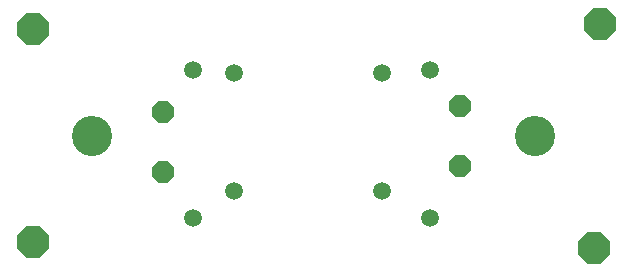
<source format=gts>
G75*
%MOIN*%
%OFA0B0*%
%FSLAX25Y25*%
%IPPOS*%
%LPD*%
%AMOC8*
5,1,8,0,0,1.08239X$1,22.5*
%
%ADD10C,0.13398*%
%ADD11C,0.05950*%
%ADD12OC8,0.07100*%
%ADD13OC8,0.10800*%
D10*
X0030528Y0046276D03*
X0178165Y0046276D03*
D11*
X0143441Y0068205D03*
X0127260Y0067299D03*
X0078047Y0067299D03*
X0064307Y0068205D03*
X0078047Y0027929D03*
X0064307Y0018992D03*
X0127260Y0027929D03*
X0143441Y0018992D03*
D12*
X0153362Y0036039D03*
X0153362Y0056039D03*
X0054150Y0054307D03*
X0054150Y0034307D03*
D13*
X0010843Y0010843D03*
X0010843Y0081709D03*
X0197850Y0008874D03*
X0199819Y0083677D03*
M02*

</source>
